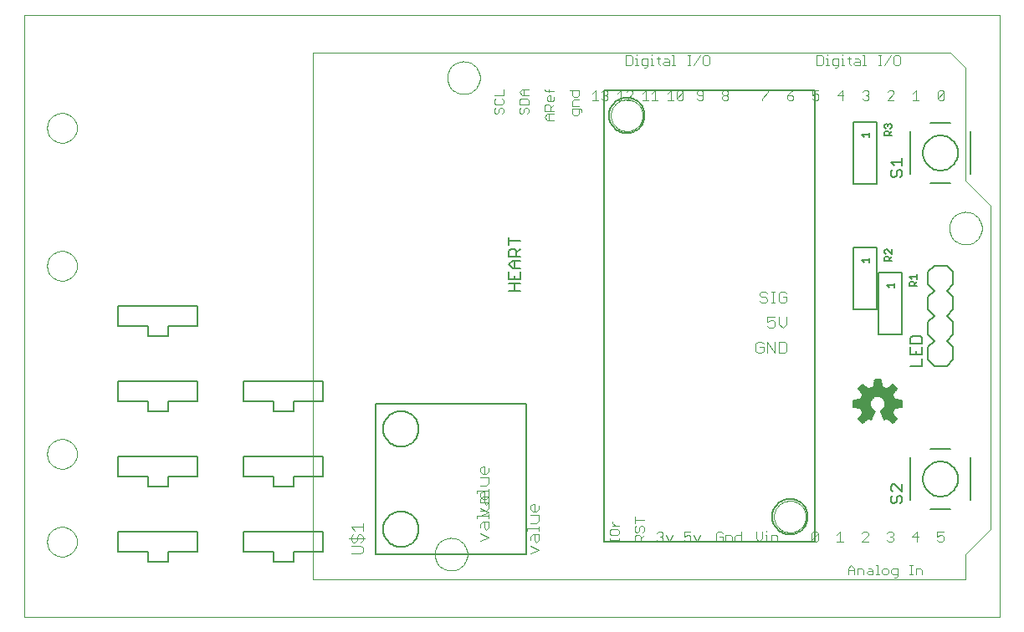
<source format=gbo>
G75*
%MOIN*%
%OFA0B0*%
%FSLAX24Y24*%
%IPPOS*%
%LPD*%
%AMOC8*
5,1,8,0,0,1.08239X$1,22.5*
%
%ADD10C,0.0000*%
%ADD11C,0.0030*%
%ADD12C,0.0080*%
%ADD13C,0.0050*%
%ADD14C,0.0040*%
%ADD15C,0.0059*%
D10*
X000180Y000180D02*
X000180Y024176D01*
X039050Y024176D01*
X039050Y000180D01*
X000180Y000180D01*
X001089Y003180D02*
X001091Y003228D01*
X001097Y003276D01*
X001107Y003323D01*
X001120Y003369D01*
X001138Y003414D01*
X001158Y003458D01*
X001183Y003500D01*
X001211Y003539D01*
X001241Y003576D01*
X001275Y003610D01*
X001312Y003642D01*
X001350Y003671D01*
X001391Y003696D01*
X001434Y003718D01*
X001479Y003736D01*
X001525Y003750D01*
X001572Y003761D01*
X001620Y003768D01*
X001668Y003771D01*
X001716Y003770D01*
X001764Y003765D01*
X001812Y003756D01*
X001858Y003744D01*
X001903Y003727D01*
X001947Y003707D01*
X001989Y003684D01*
X002029Y003657D01*
X002067Y003627D01*
X002102Y003594D01*
X002134Y003558D01*
X002164Y003520D01*
X002190Y003479D01*
X002212Y003436D01*
X002232Y003392D01*
X002247Y003347D01*
X002259Y003300D01*
X002267Y003252D01*
X002271Y003204D01*
X002271Y003156D01*
X002267Y003108D01*
X002259Y003060D01*
X002247Y003013D01*
X002232Y002968D01*
X002212Y002924D01*
X002190Y002881D01*
X002164Y002840D01*
X002134Y002802D01*
X002102Y002766D01*
X002067Y002733D01*
X002029Y002703D01*
X001989Y002676D01*
X001947Y002653D01*
X001903Y002633D01*
X001858Y002616D01*
X001812Y002604D01*
X001764Y002595D01*
X001716Y002590D01*
X001668Y002589D01*
X001620Y002592D01*
X001572Y002599D01*
X001525Y002610D01*
X001479Y002624D01*
X001434Y002642D01*
X001391Y002664D01*
X001350Y002689D01*
X001312Y002718D01*
X001275Y002750D01*
X001241Y002784D01*
X001211Y002821D01*
X001183Y002860D01*
X001158Y002902D01*
X001138Y002946D01*
X001120Y002991D01*
X001107Y003037D01*
X001097Y003084D01*
X001091Y003132D01*
X001089Y003180D01*
X001089Y006680D02*
X001091Y006728D01*
X001097Y006776D01*
X001107Y006823D01*
X001120Y006869D01*
X001138Y006914D01*
X001158Y006958D01*
X001183Y007000D01*
X001211Y007039D01*
X001241Y007076D01*
X001275Y007110D01*
X001312Y007142D01*
X001350Y007171D01*
X001391Y007196D01*
X001434Y007218D01*
X001479Y007236D01*
X001525Y007250D01*
X001572Y007261D01*
X001620Y007268D01*
X001668Y007271D01*
X001716Y007270D01*
X001764Y007265D01*
X001812Y007256D01*
X001858Y007244D01*
X001903Y007227D01*
X001947Y007207D01*
X001989Y007184D01*
X002029Y007157D01*
X002067Y007127D01*
X002102Y007094D01*
X002134Y007058D01*
X002164Y007020D01*
X002190Y006979D01*
X002212Y006936D01*
X002232Y006892D01*
X002247Y006847D01*
X002259Y006800D01*
X002267Y006752D01*
X002271Y006704D01*
X002271Y006656D01*
X002267Y006608D01*
X002259Y006560D01*
X002247Y006513D01*
X002232Y006468D01*
X002212Y006424D01*
X002190Y006381D01*
X002164Y006340D01*
X002134Y006302D01*
X002102Y006266D01*
X002067Y006233D01*
X002029Y006203D01*
X001989Y006176D01*
X001947Y006153D01*
X001903Y006133D01*
X001858Y006116D01*
X001812Y006104D01*
X001764Y006095D01*
X001716Y006090D01*
X001668Y006089D01*
X001620Y006092D01*
X001572Y006099D01*
X001525Y006110D01*
X001479Y006124D01*
X001434Y006142D01*
X001391Y006164D01*
X001350Y006189D01*
X001312Y006218D01*
X001275Y006250D01*
X001241Y006284D01*
X001211Y006321D01*
X001183Y006360D01*
X001158Y006402D01*
X001138Y006446D01*
X001120Y006491D01*
X001107Y006537D01*
X001097Y006584D01*
X001091Y006632D01*
X001089Y006680D01*
X011680Y001680D02*
X011680Y022680D01*
X037080Y022680D01*
X037680Y022080D01*
X037680Y017580D01*
X038680Y016580D01*
X038680Y003680D01*
X037680Y002680D01*
X037680Y001680D01*
X011680Y001680D01*
X016530Y002680D02*
X016532Y002730D01*
X016538Y002780D01*
X016548Y002830D01*
X016561Y002878D01*
X016578Y002926D01*
X016599Y002972D01*
X016623Y003016D01*
X016651Y003058D01*
X016682Y003098D01*
X016716Y003135D01*
X016753Y003170D01*
X016792Y003201D01*
X016833Y003230D01*
X016877Y003255D01*
X016923Y003277D01*
X016970Y003295D01*
X017018Y003309D01*
X017067Y003320D01*
X017117Y003327D01*
X017167Y003330D01*
X017218Y003329D01*
X017268Y003324D01*
X017318Y003315D01*
X017366Y003303D01*
X017414Y003286D01*
X017460Y003266D01*
X017505Y003243D01*
X017548Y003216D01*
X017588Y003186D01*
X017626Y003153D01*
X017661Y003117D01*
X017694Y003078D01*
X017723Y003037D01*
X017749Y002994D01*
X017772Y002949D01*
X017791Y002902D01*
X017806Y002854D01*
X017818Y002805D01*
X017826Y002755D01*
X017830Y002705D01*
X017830Y002655D01*
X017826Y002605D01*
X017818Y002555D01*
X017806Y002506D01*
X017791Y002458D01*
X017772Y002411D01*
X017749Y002366D01*
X017723Y002323D01*
X017694Y002282D01*
X017661Y002243D01*
X017626Y002207D01*
X017588Y002174D01*
X017548Y002144D01*
X017505Y002117D01*
X017460Y002094D01*
X017414Y002074D01*
X017366Y002057D01*
X017318Y002045D01*
X017268Y002036D01*
X017218Y002031D01*
X017167Y002030D01*
X017117Y002033D01*
X017067Y002040D01*
X017018Y002051D01*
X016970Y002065D01*
X016923Y002083D01*
X016877Y002105D01*
X016833Y002130D01*
X016792Y002159D01*
X016753Y002190D01*
X016716Y002225D01*
X016682Y002262D01*
X016651Y002302D01*
X016623Y002344D01*
X016599Y002388D01*
X016578Y002434D01*
X016561Y002482D01*
X016548Y002530D01*
X016538Y002580D01*
X016532Y002630D01*
X016530Y002680D01*
X030050Y004180D02*
X030052Y004230D01*
X030058Y004280D01*
X030068Y004329D01*
X030082Y004377D01*
X030099Y004424D01*
X030120Y004469D01*
X030145Y004513D01*
X030173Y004554D01*
X030205Y004593D01*
X030239Y004630D01*
X030276Y004664D01*
X030316Y004694D01*
X030358Y004721D01*
X030402Y004745D01*
X030448Y004766D01*
X030495Y004782D01*
X030543Y004795D01*
X030593Y004804D01*
X030642Y004809D01*
X030693Y004810D01*
X030743Y004807D01*
X030792Y004800D01*
X030841Y004789D01*
X030889Y004774D01*
X030935Y004756D01*
X030980Y004734D01*
X031023Y004708D01*
X031064Y004679D01*
X031103Y004647D01*
X031139Y004612D01*
X031171Y004574D01*
X031201Y004534D01*
X031228Y004491D01*
X031251Y004447D01*
X031270Y004401D01*
X031286Y004353D01*
X031298Y004304D01*
X031306Y004255D01*
X031310Y004205D01*
X031310Y004155D01*
X031306Y004105D01*
X031298Y004056D01*
X031286Y004007D01*
X031270Y003959D01*
X031251Y003913D01*
X031228Y003869D01*
X031201Y003826D01*
X031171Y003786D01*
X031139Y003748D01*
X031103Y003713D01*
X031064Y003681D01*
X031023Y003652D01*
X030980Y003626D01*
X030935Y003604D01*
X030889Y003586D01*
X030841Y003571D01*
X030792Y003560D01*
X030743Y003553D01*
X030693Y003550D01*
X030642Y003551D01*
X030593Y003556D01*
X030543Y003565D01*
X030495Y003578D01*
X030448Y003594D01*
X030402Y003615D01*
X030358Y003639D01*
X030316Y003666D01*
X030276Y003696D01*
X030239Y003730D01*
X030205Y003767D01*
X030173Y003806D01*
X030145Y003847D01*
X030120Y003891D01*
X030099Y003936D01*
X030082Y003983D01*
X030068Y004031D01*
X030058Y004080D01*
X030052Y004130D01*
X030050Y004180D01*
X037030Y015680D02*
X037032Y015730D01*
X037038Y015780D01*
X037048Y015830D01*
X037061Y015878D01*
X037078Y015926D01*
X037099Y015972D01*
X037123Y016016D01*
X037151Y016058D01*
X037182Y016098D01*
X037216Y016135D01*
X037253Y016170D01*
X037292Y016201D01*
X037333Y016230D01*
X037377Y016255D01*
X037423Y016277D01*
X037470Y016295D01*
X037518Y016309D01*
X037567Y016320D01*
X037617Y016327D01*
X037667Y016330D01*
X037718Y016329D01*
X037768Y016324D01*
X037818Y016315D01*
X037866Y016303D01*
X037914Y016286D01*
X037960Y016266D01*
X038005Y016243D01*
X038048Y016216D01*
X038088Y016186D01*
X038126Y016153D01*
X038161Y016117D01*
X038194Y016078D01*
X038223Y016037D01*
X038249Y015994D01*
X038272Y015949D01*
X038291Y015902D01*
X038306Y015854D01*
X038318Y015805D01*
X038326Y015755D01*
X038330Y015705D01*
X038330Y015655D01*
X038326Y015605D01*
X038318Y015555D01*
X038306Y015506D01*
X038291Y015458D01*
X038272Y015411D01*
X038249Y015366D01*
X038223Y015323D01*
X038194Y015282D01*
X038161Y015243D01*
X038126Y015207D01*
X038088Y015174D01*
X038048Y015144D01*
X038005Y015117D01*
X037960Y015094D01*
X037914Y015074D01*
X037866Y015057D01*
X037818Y015045D01*
X037768Y015036D01*
X037718Y015031D01*
X037667Y015030D01*
X037617Y015033D01*
X037567Y015040D01*
X037518Y015051D01*
X037470Y015065D01*
X037423Y015083D01*
X037377Y015105D01*
X037333Y015130D01*
X037292Y015159D01*
X037253Y015190D01*
X037216Y015225D01*
X037182Y015262D01*
X037151Y015302D01*
X037123Y015344D01*
X037099Y015388D01*
X037078Y015434D01*
X037061Y015482D01*
X037048Y015530D01*
X037038Y015580D01*
X037032Y015630D01*
X037030Y015680D01*
X023550Y020180D02*
X023552Y020230D01*
X023558Y020280D01*
X023568Y020329D01*
X023582Y020377D01*
X023599Y020424D01*
X023620Y020469D01*
X023645Y020513D01*
X023673Y020554D01*
X023705Y020593D01*
X023739Y020630D01*
X023776Y020664D01*
X023816Y020694D01*
X023858Y020721D01*
X023902Y020745D01*
X023948Y020766D01*
X023995Y020782D01*
X024043Y020795D01*
X024093Y020804D01*
X024142Y020809D01*
X024193Y020810D01*
X024243Y020807D01*
X024292Y020800D01*
X024341Y020789D01*
X024389Y020774D01*
X024435Y020756D01*
X024480Y020734D01*
X024523Y020708D01*
X024564Y020679D01*
X024603Y020647D01*
X024639Y020612D01*
X024671Y020574D01*
X024701Y020534D01*
X024728Y020491D01*
X024751Y020447D01*
X024770Y020401D01*
X024786Y020353D01*
X024798Y020304D01*
X024806Y020255D01*
X024810Y020205D01*
X024810Y020155D01*
X024806Y020105D01*
X024798Y020056D01*
X024786Y020007D01*
X024770Y019959D01*
X024751Y019913D01*
X024728Y019869D01*
X024701Y019826D01*
X024671Y019786D01*
X024639Y019748D01*
X024603Y019713D01*
X024564Y019681D01*
X024523Y019652D01*
X024480Y019626D01*
X024435Y019604D01*
X024389Y019586D01*
X024341Y019571D01*
X024292Y019560D01*
X024243Y019553D01*
X024193Y019550D01*
X024142Y019551D01*
X024093Y019556D01*
X024043Y019565D01*
X023995Y019578D01*
X023948Y019594D01*
X023902Y019615D01*
X023858Y019639D01*
X023816Y019666D01*
X023776Y019696D01*
X023739Y019730D01*
X023705Y019767D01*
X023673Y019806D01*
X023645Y019847D01*
X023620Y019891D01*
X023599Y019936D01*
X023582Y019983D01*
X023568Y020031D01*
X023558Y020080D01*
X023552Y020130D01*
X023550Y020180D01*
X017030Y021680D02*
X017032Y021730D01*
X017038Y021780D01*
X017048Y021830D01*
X017061Y021878D01*
X017078Y021926D01*
X017099Y021972D01*
X017123Y022016D01*
X017151Y022058D01*
X017182Y022098D01*
X017216Y022135D01*
X017253Y022170D01*
X017292Y022201D01*
X017333Y022230D01*
X017377Y022255D01*
X017423Y022277D01*
X017470Y022295D01*
X017518Y022309D01*
X017567Y022320D01*
X017617Y022327D01*
X017667Y022330D01*
X017718Y022329D01*
X017768Y022324D01*
X017818Y022315D01*
X017866Y022303D01*
X017914Y022286D01*
X017960Y022266D01*
X018005Y022243D01*
X018048Y022216D01*
X018088Y022186D01*
X018126Y022153D01*
X018161Y022117D01*
X018194Y022078D01*
X018223Y022037D01*
X018249Y021994D01*
X018272Y021949D01*
X018291Y021902D01*
X018306Y021854D01*
X018318Y021805D01*
X018326Y021755D01*
X018330Y021705D01*
X018330Y021655D01*
X018326Y021605D01*
X018318Y021555D01*
X018306Y021506D01*
X018291Y021458D01*
X018272Y021411D01*
X018249Y021366D01*
X018223Y021323D01*
X018194Y021282D01*
X018161Y021243D01*
X018126Y021207D01*
X018088Y021174D01*
X018048Y021144D01*
X018005Y021117D01*
X017960Y021094D01*
X017914Y021074D01*
X017866Y021057D01*
X017818Y021045D01*
X017768Y021036D01*
X017718Y021031D01*
X017667Y021030D01*
X017617Y021033D01*
X017567Y021040D01*
X017518Y021051D01*
X017470Y021065D01*
X017423Y021083D01*
X017377Y021105D01*
X017333Y021130D01*
X017292Y021159D01*
X017253Y021190D01*
X017216Y021225D01*
X017182Y021262D01*
X017151Y021302D01*
X017123Y021344D01*
X017099Y021388D01*
X017078Y021434D01*
X017061Y021482D01*
X017048Y021530D01*
X017038Y021580D01*
X017032Y021630D01*
X017030Y021680D01*
X001089Y019680D02*
X001091Y019728D01*
X001097Y019776D01*
X001107Y019823D01*
X001120Y019869D01*
X001138Y019914D01*
X001158Y019958D01*
X001183Y020000D01*
X001211Y020039D01*
X001241Y020076D01*
X001275Y020110D01*
X001312Y020142D01*
X001350Y020171D01*
X001391Y020196D01*
X001434Y020218D01*
X001479Y020236D01*
X001525Y020250D01*
X001572Y020261D01*
X001620Y020268D01*
X001668Y020271D01*
X001716Y020270D01*
X001764Y020265D01*
X001812Y020256D01*
X001858Y020244D01*
X001903Y020227D01*
X001947Y020207D01*
X001989Y020184D01*
X002029Y020157D01*
X002067Y020127D01*
X002102Y020094D01*
X002134Y020058D01*
X002164Y020020D01*
X002190Y019979D01*
X002212Y019936D01*
X002232Y019892D01*
X002247Y019847D01*
X002259Y019800D01*
X002267Y019752D01*
X002271Y019704D01*
X002271Y019656D01*
X002267Y019608D01*
X002259Y019560D01*
X002247Y019513D01*
X002232Y019468D01*
X002212Y019424D01*
X002190Y019381D01*
X002164Y019340D01*
X002134Y019302D01*
X002102Y019266D01*
X002067Y019233D01*
X002029Y019203D01*
X001989Y019176D01*
X001947Y019153D01*
X001903Y019133D01*
X001858Y019116D01*
X001812Y019104D01*
X001764Y019095D01*
X001716Y019090D01*
X001668Y019089D01*
X001620Y019092D01*
X001572Y019099D01*
X001525Y019110D01*
X001479Y019124D01*
X001434Y019142D01*
X001391Y019164D01*
X001350Y019189D01*
X001312Y019218D01*
X001275Y019250D01*
X001241Y019284D01*
X001211Y019321D01*
X001183Y019360D01*
X001158Y019402D01*
X001138Y019446D01*
X001120Y019491D01*
X001107Y019537D01*
X001097Y019584D01*
X001091Y019632D01*
X001089Y019680D01*
X001089Y014180D02*
X001091Y014228D01*
X001097Y014276D01*
X001107Y014323D01*
X001120Y014369D01*
X001138Y014414D01*
X001158Y014458D01*
X001183Y014500D01*
X001211Y014539D01*
X001241Y014576D01*
X001275Y014610D01*
X001312Y014642D01*
X001350Y014671D01*
X001391Y014696D01*
X001434Y014718D01*
X001479Y014736D01*
X001525Y014750D01*
X001572Y014761D01*
X001620Y014768D01*
X001668Y014771D01*
X001716Y014770D01*
X001764Y014765D01*
X001812Y014756D01*
X001858Y014744D01*
X001903Y014727D01*
X001947Y014707D01*
X001989Y014684D01*
X002029Y014657D01*
X002067Y014627D01*
X002102Y014594D01*
X002134Y014558D01*
X002164Y014520D01*
X002190Y014479D01*
X002212Y014436D01*
X002232Y014392D01*
X002247Y014347D01*
X002259Y014300D01*
X002267Y014252D01*
X002271Y014204D01*
X002271Y014156D01*
X002267Y014108D01*
X002259Y014060D01*
X002247Y014013D01*
X002232Y013968D01*
X002212Y013924D01*
X002190Y013881D01*
X002164Y013840D01*
X002134Y013802D01*
X002102Y013766D01*
X002067Y013733D01*
X002029Y013703D01*
X001989Y013676D01*
X001947Y013653D01*
X001903Y013633D01*
X001858Y013616D01*
X001812Y013604D01*
X001764Y013595D01*
X001716Y013590D01*
X001668Y013589D01*
X001620Y013592D01*
X001572Y013599D01*
X001525Y013610D01*
X001479Y013624D01*
X001434Y013642D01*
X001391Y013664D01*
X001350Y013689D01*
X001312Y013718D01*
X001275Y013750D01*
X001241Y013784D01*
X001211Y013821D01*
X001183Y013860D01*
X001158Y013902D01*
X001138Y013946D01*
X001120Y013991D01*
X001107Y014037D01*
X001097Y014084D01*
X001091Y014132D01*
X001089Y014180D01*
D11*
X018895Y020302D02*
X018956Y020240D01*
X019018Y020240D01*
X019080Y020302D01*
X019080Y020425D01*
X019142Y020487D01*
X019203Y020487D01*
X019265Y020425D01*
X019265Y020302D01*
X019203Y020240D01*
X018895Y020302D02*
X018895Y020425D01*
X018956Y020487D01*
X018956Y020608D02*
X019203Y020608D01*
X019265Y020670D01*
X019265Y020794D01*
X019203Y020855D01*
X019265Y020977D02*
X019265Y021224D01*
X019265Y020977D02*
X018895Y020977D01*
X018956Y020855D02*
X018895Y020794D01*
X018895Y020670D01*
X018956Y020608D01*
X019895Y020608D02*
X019895Y020794D01*
X019956Y020855D01*
X020203Y020855D01*
X020265Y020794D01*
X020265Y020608D01*
X019895Y020608D01*
X019956Y020487D02*
X019895Y020425D01*
X019895Y020302D01*
X019956Y020240D01*
X020018Y020240D01*
X020080Y020302D01*
X020080Y020425D01*
X020142Y020487D01*
X020203Y020487D01*
X020265Y020425D01*
X020265Y020302D01*
X020203Y020240D01*
X020895Y020118D02*
X021018Y020241D01*
X021265Y020241D01*
X021265Y020363D02*
X020895Y020363D01*
X020895Y020548D01*
X020956Y020610D01*
X021080Y020610D01*
X021142Y020548D01*
X021142Y020363D01*
X021142Y020486D02*
X021265Y020610D01*
X021203Y020731D02*
X021080Y020731D01*
X021018Y020793D01*
X021018Y020916D01*
X021080Y020978D01*
X021142Y020978D01*
X021142Y020731D01*
X021203Y020731D02*
X021265Y020793D01*
X021265Y020916D01*
X021265Y021161D02*
X020956Y021161D01*
X020895Y021223D01*
X021080Y021223D02*
X021080Y021099D01*
X021895Y021174D02*
X022265Y021174D01*
X022265Y020988D01*
X022203Y020927D01*
X022080Y020927D01*
X022018Y020988D01*
X022018Y021174D01*
X022080Y020805D02*
X022018Y020744D01*
X022018Y020558D01*
X022265Y020558D01*
X022265Y020437D02*
X022265Y020252D01*
X022203Y020190D01*
X022080Y020190D01*
X022018Y020252D01*
X022018Y020437D01*
X022327Y020437D01*
X022388Y020375D01*
X022388Y020313D01*
X022265Y020805D02*
X022080Y020805D01*
X022808Y020795D02*
X023055Y020795D01*
X022932Y020795D02*
X022932Y021165D01*
X022808Y021042D01*
X023177Y021104D02*
X023238Y021165D01*
X023362Y021165D01*
X023424Y021104D01*
X023424Y021042D01*
X023362Y020980D01*
X023424Y020918D01*
X023424Y020857D01*
X023362Y020795D01*
X023238Y020795D01*
X023177Y020857D01*
X023300Y020980D02*
X023362Y020980D01*
X023808Y021042D02*
X023932Y021165D01*
X023932Y020795D01*
X024055Y020795D02*
X023808Y020795D01*
X024177Y020795D02*
X024424Y021042D01*
X024424Y021104D01*
X024362Y021165D01*
X024238Y021165D01*
X024177Y021104D01*
X024177Y020795D02*
X024424Y020795D01*
X024808Y020795D02*
X025055Y020795D01*
X025177Y020795D02*
X025424Y020795D01*
X025300Y020795D02*
X025300Y021165D01*
X025177Y021042D01*
X024932Y021165D02*
X024932Y020795D01*
X024808Y021042D02*
X024932Y021165D01*
X025808Y021042D02*
X025932Y021165D01*
X025932Y020795D01*
X026055Y020795D02*
X025808Y020795D01*
X026177Y020857D02*
X026177Y021104D01*
X026238Y021165D01*
X026362Y021165D01*
X026424Y021104D01*
X026177Y020857D01*
X026238Y020795D01*
X026362Y020795D01*
X026424Y020857D01*
X026424Y021104D01*
X026977Y021104D02*
X026977Y021042D01*
X027038Y020980D01*
X027224Y020980D01*
X027224Y020857D02*
X027224Y021104D01*
X027162Y021165D01*
X027038Y021165D01*
X026977Y021104D01*
X026977Y020857D02*
X027038Y020795D01*
X027162Y020795D01*
X027224Y020857D01*
X027977Y020857D02*
X027977Y020918D01*
X028038Y020980D01*
X028162Y020980D01*
X028224Y020918D01*
X028224Y020857D01*
X028162Y020795D01*
X028038Y020795D01*
X027977Y020857D01*
X028038Y020980D02*
X027977Y021042D01*
X027977Y021104D01*
X028038Y021165D01*
X028162Y021165D01*
X028224Y021104D01*
X028224Y021042D01*
X028162Y020980D01*
X029577Y020857D02*
X029577Y020795D01*
X029577Y020857D02*
X029824Y021104D01*
X029824Y021165D01*
X029577Y021165D01*
X030577Y020980D02*
X030577Y020857D01*
X030638Y020795D01*
X030762Y020795D01*
X030824Y020857D01*
X030824Y020918D01*
X030762Y020980D01*
X030577Y020980D01*
X030700Y021104D01*
X030824Y021165D01*
X031577Y021165D02*
X031577Y020980D01*
X031700Y021042D01*
X031762Y021042D01*
X031824Y020980D01*
X031824Y020857D01*
X031762Y020795D01*
X031638Y020795D01*
X031577Y020857D01*
X031577Y021165D02*
X031824Y021165D01*
X032577Y020980D02*
X032824Y020980D01*
X032762Y020795D02*
X032762Y021165D01*
X032577Y020980D01*
X033577Y020857D02*
X033638Y020795D01*
X033762Y020795D01*
X033824Y020857D01*
X033824Y020918D01*
X033762Y020980D01*
X033700Y020980D01*
X033762Y020980D02*
X033824Y021042D01*
X033824Y021104D01*
X033762Y021165D01*
X033638Y021165D01*
X033577Y021104D01*
X034577Y021104D02*
X034638Y021165D01*
X034762Y021165D01*
X034824Y021104D01*
X034824Y021042D01*
X034577Y020795D01*
X034824Y020795D01*
X035577Y020795D02*
X035824Y020795D01*
X035700Y020795D02*
X035700Y021165D01*
X035577Y021042D01*
X036577Y021104D02*
X036577Y020857D01*
X036824Y021104D01*
X036824Y020857D01*
X036762Y020795D01*
X036638Y020795D01*
X036577Y020857D01*
X036577Y021104D02*
X036638Y021165D01*
X036762Y021165D01*
X036824Y021104D01*
X035061Y022257D02*
X034999Y022195D01*
X034876Y022195D01*
X034814Y022257D01*
X034814Y022504D01*
X034876Y022565D01*
X034999Y022565D01*
X035061Y022504D01*
X035061Y022257D01*
X034693Y022565D02*
X034446Y022195D01*
X034324Y022195D02*
X034200Y022195D01*
X034262Y022195D02*
X034262Y022565D01*
X034200Y022565D02*
X034324Y022565D01*
X033648Y022565D02*
X033648Y022195D01*
X033587Y022195D02*
X033710Y022195D01*
X033465Y022195D02*
X033280Y022195D01*
X033218Y022257D01*
X033280Y022318D01*
X033465Y022318D01*
X033465Y022380D02*
X033465Y022195D01*
X033465Y022380D02*
X033403Y022442D01*
X033280Y022442D01*
X033096Y022442D02*
X032973Y022442D01*
X033034Y022504D02*
X033034Y022257D01*
X033096Y022195D01*
X032851Y022195D02*
X032727Y022195D01*
X032789Y022195D02*
X032789Y022442D01*
X032727Y022442D01*
X032606Y022442D02*
X032421Y022442D01*
X032359Y022380D01*
X032359Y022257D01*
X032421Y022195D01*
X032606Y022195D01*
X032606Y022133D02*
X032606Y022442D01*
X032789Y022565D02*
X032789Y022627D01*
X032606Y022133D02*
X032544Y022072D01*
X032482Y022072D01*
X032237Y022195D02*
X032113Y022195D01*
X032175Y022195D02*
X032175Y022442D01*
X032113Y022442D01*
X031992Y022504D02*
X031930Y022565D01*
X031745Y022565D01*
X031745Y022195D01*
X031930Y022195D01*
X031992Y022257D01*
X031992Y022504D01*
X032175Y022565D02*
X032175Y022627D01*
X033587Y022565D02*
X033648Y022565D01*
X027461Y022504D02*
X027461Y022257D01*
X027399Y022195D01*
X027276Y022195D01*
X027214Y022257D01*
X027214Y022504D01*
X027276Y022565D01*
X027399Y022565D01*
X027461Y022504D01*
X027093Y022565D02*
X026846Y022195D01*
X026724Y022195D02*
X026600Y022195D01*
X026662Y022195D02*
X026662Y022565D01*
X026600Y022565D02*
X026724Y022565D01*
X026048Y022565D02*
X026048Y022195D01*
X025987Y022195D02*
X026110Y022195D01*
X025865Y022195D02*
X025680Y022195D01*
X025618Y022257D01*
X025680Y022318D01*
X025865Y022318D01*
X025865Y022380D02*
X025865Y022195D01*
X025865Y022380D02*
X025803Y022442D01*
X025680Y022442D01*
X025496Y022442D02*
X025373Y022442D01*
X025434Y022504D02*
X025434Y022257D01*
X025496Y022195D01*
X025251Y022195D02*
X025127Y022195D01*
X025189Y022195D02*
X025189Y022442D01*
X025127Y022442D01*
X025006Y022442D02*
X024821Y022442D01*
X024759Y022380D01*
X024759Y022257D01*
X024821Y022195D01*
X025006Y022195D01*
X025006Y022133D02*
X025006Y022442D01*
X025189Y022565D02*
X025189Y022627D01*
X024575Y022627D02*
X024575Y022565D01*
X024575Y022442D02*
X024575Y022195D01*
X024513Y022195D02*
X024637Y022195D01*
X024392Y022257D02*
X024392Y022504D01*
X024330Y022565D01*
X024145Y022565D01*
X024145Y022195D01*
X024330Y022195D01*
X024392Y022257D01*
X024513Y022442D02*
X024575Y022442D01*
X024882Y022072D02*
X024944Y022072D01*
X025006Y022133D01*
X025987Y022565D02*
X026048Y022565D01*
X021265Y019995D02*
X021018Y019995D01*
X020895Y020118D01*
X021080Y019995D02*
X021080Y020241D01*
X020265Y020977D02*
X020018Y020977D01*
X019895Y021100D01*
X020018Y021224D01*
X020265Y021224D01*
X020080Y021224D02*
X020080Y020977D01*
X024495Y004175D02*
X024495Y003928D01*
X024495Y004051D02*
X024865Y004051D01*
X024803Y003806D02*
X024742Y003806D01*
X024680Y003744D01*
X024680Y003621D01*
X024618Y003559D01*
X024556Y003559D01*
X024495Y003621D01*
X024495Y003744D01*
X024556Y003806D01*
X024803Y003806D02*
X024865Y003744D01*
X024865Y003621D01*
X024803Y003559D01*
X024865Y003438D02*
X024742Y003314D01*
X024742Y003376D02*
X024742Y003191D01*
X024865Y003191D02*
X024495Y003191D01*
X024495Y003376D01*
X024556Y003438D01*
X024680Y003438D01*
X024742Y003376D01*
X025377Y003257D02*
X025439Y003195D01*
X025562Y003195D01*
X025624Y003257D01*
X025624Y003318D01*
X025562Y003380D01*
X025500Y003380D01*
X025562Y003380D02*
X025624Y003442D01*
X025624Y003504D01*
X025562Y003565D01*
X025439Y003565D01*
X025377Y003504D01*
X025745Y003442D02*
X025869Y003195D01*
X025992Y003442D01*
X026477Y003380D02*
X026600Y003442D01*
X026662Y003442D01*
X026724Y003380D01*
X026724Y003257D01*
X026662Y003195D01*
X026539Y003195D01*
X026477Y003257D01*
X026477Y003380D02*
X026477Y003565D01*
X026724Y003565D01*
X026845Y003442D02*
X026969Y003195D01*
X027092Y003442D01*
X027749Y003504D02*
X027749Y003257D01*
X027811Y003195D01*
X027934Y003195D01*
X027996Y003257D01*
X027996Y003380D01*
X027872Y003380D01*
X027749Y003504D02*
X027811Y003565D01*
X027934Y003565D01*
X027996Y003504D01*
X028117Y003442D02*
X028302Y003442D01*
X028364Y003380D01*
X028364Y003195D01*
X028486Y003257D02*
X028486Y003380D01*
X028547Y003442D01*
X028732Y003442D01*
X028732Y003565D02*
X028732Y003195D01*
X028547Y003195D01*
X028486Y003257D01*
X028117Y003195D02*
X028117Y003442D01*
X029327Y003565D02*
X029327Y003318D01*
X029450Y003195D01*
X029574Y003318D01*
X029574Y003565D01*
X029695Y003442D02*
X029757Y003442D01*
X029757Y003195D01*
X029695Y003195D02*
X029819Y003195D01*
X029941Y003195D02*
X029941Y003442D01*
X030126Y003442D01*
X030188Y003380D01*
X030188Y003195D01*
X029757Y003565D02*
X029757Y003627D01*
X031545Y003504D02*
X031545Y003257D01*
X031792Y003504D01*
X031792Y003257D01*
X031730Y003195D01*
X031607Y003195D01*
X031545Y003257D01*
X031545Y003504D02*
X031607Y003565D01*
X031730Y003565D01*
X031792Y003504D01*
X032545Y003442D02*
X032668Y003565D01*
X032668Y003195D01*
X032545Y003195D02*
X032792Y003195D01*
X033545Y003195D02*
X033792Y003442D01*
X033792Y003504D01*
X033730Y003565D01*
X033607Y003565D01*
X033545Y003504D01*
X033545Y003195D02*
X033792Y003195D01*
X034545Y003257D02*
X034607Y003195D01*
X034730Y003195D01*
X034792Y003257D01*
X034792Y003318D01*
X034730Y003380D01*
X034668Y003380D01*
X034730Y003380D02*
X034792Y003442D01*
X034792Y003504D01*
X034730Y003565D01*
X034607Y003565D01*
X034545Y003504D01*
X035545Y003380D02*
X035792Y003380D01*
X035730Y003195D02*
X035730Y003565D01*
X035545Y003380D01*
X036545Y003380D02*
X036668Y003442D01*
X036730Y003442D01*
X036792Y003380D01*
X036792Y003257D01*
X036730Y003195D01*
X036607Y003195D01*
X036545Y003257D01*
X036545Y003380D02*
X036545Y003565D01*
X036792Y003565D01*
X035578Y002247D02*
X035454Y002247D01*
X035516Y002247D02*
X035516Y001877D01*
X035454Y001877D02*
X035578Y001877D01*
X035700Y001877D02*
X035700Y002124D01*
X035885Y002124D01*
X035947Y002062D01*
X035947Y001877D01*
X034965Y001877D02*
X034779Y001877D01*
X034718Y001939D01*
X034718Y002062D01*
X034779Y002124D01*
X034965Y002124D01*
X034965Y001815D01*
X034903Y001754D01*
X034841Y001754D01*
X034596Y001939D02*
X034596Y002062D01*
X034535Y002124D01*
X034411Y002124D01*
X034349Y002062D01*
X034349Y001939D01*
X034411Y001877D01*
X034535Y001877D01*
X034596Y001939D01*
X034227Y001877D02*
X034104Y001877D01*
X034166Y001877D02*
X034166Y002247D01*
X034104Y002247D01*
X033921Y002124D02*
X033797Y002124D01*
X033797Y002000D02*
X033982Y002000D01*
X033982Y002062D02*
X033982Y001877D01*
X033797Y001877D01*
X033736Y001939D01*
X033797Y002000D01*
X033921Y002124D02*
X033982Y002062D01*
X033614Y002062D02*
X033614Y001877D01*
X033614Y002062D02*
X033552Y002124D01*
X033367Y002124D01*
X033367Y001877D01*
X033246Y001877D02*
X033246Y002124D01*
X033122Y002247D01*
X032999Y002124D01*
X032999Y001877D01*
X032999Y002062D02*
X033246Y002062D01*
X023865Y003191D02*
X023865Y003314D01*
X023865Y003253D02*
X023495Y003253D01*
X023495Y003314D02*
X023495Y003191D01*
X023556Y003437D02*
X023803Y003437D01*
X023865Y003498D01*
X023865Y003622D01*
X023803Y003683D01*
X023556Y003683D01*
X023495Y003622D01*
X023495Y003498D01*
X023556Y003437D01*
X023618Y003805D02*
X023865Y003805D01*
X023742Y003805D02*
X023618Y003928D01*
X023618Y003990D01*
D12*
X035480Y004830D02*
X035480Y006530D01*
X036287Y006880D02*
X037080Y006880D01*
X037880Y006530D02*
X037880Y004830D01*
X037080Y004480D02*
X036275Y004480D01*
X035980Y005680D02*
X035982Y005732D01*
X035988Y005784D01*
X035998Y005836D01*
X036011Y005886D01*
X036028Y005936D01*
X036049Y005984D01*
X036074Y006030D01*
X036102Y006074D01*
X036133Y006116D01*
X036167Y006156D01*
X036204Y006193D01*
X036244Y006227D01*
X036286Y006258D01*
X036330Y006286D01*
X036376Y006311D01*
X036424Y006332D01*
X036474Y006349D01*
X036524Y006362D01*
X036576Y006372D01*
X036628Y006378D01*
X036680Y006380D01*
X036732Y006378D01*
X036784Y006372D01*
X036836Y006362D01*
X036886Y006349D01*
X036936Y006332D01*
X036984Y006311D01*
X037030Y006286D01*
X037074Y006258D01*
X037116Y006227D01*
X037156Y006193D01*
X037193Y006156D01*
X037227Y006116D01*
X037258Y006074D01*
X037286Y006030D01*
X037311Y005984D01*
X037332Y005936D01*
X037349Y005886D01*
X037362Y005836D01*
X037372Y005784D01*
X037378Y005732D01*
X037380Y005680D01*
X037378Y005628D01*
X037372Y005576D01*
X037362Y005524D01*
X037349Y005474D01*
X037332Y005424D01*
X037311Y005376D01*
X037286Y005330D01*
X037258Y005286D01*
X037227Y005244D01*
X037193Y005204D01*
X037156Y005167D01*
X037116Y005133D01*
X037074Y005102D01*
X037030Y005074D01*
X036984Y005049D01*
X036936Y005028D01*
X036886Y005011D01*
X036836Y004998D01*
X036784Y004988D01*
X036732Y004982D01*
X036680Y004980D01*
X036628Y004982D01*
X036576Y004988D01*
X036524Y004998D01*
X036474Y005011D01*
X036424Y005028D01*
X036376Y005049D01*
X036330Y005074D01*
X036286Y005102D01*
X036244Y005133D01*
X036204Y005167D01*
X036167Y005204D01*
X036133Y005244D01*
X036102Y005286D01*
X036074Y005330D01*
X036049Y005376D01*
X036028Y005424D01*
X036011Y005474D01*
X035998Y005524D01*
X035988Y005576D01*
X035982Y005628D01*
X035980Y005680D01*
X036430Y010180D02*
X036180Y010430D01*
X036180Y010930D01*
X036430Y011180D01*
X036180Y011430D01*
X036180Y011930D01*
X036430Y012180D01*
X036180Y012430D01*
X036180Y012930D01*
X036430Y013180D01*
X036180Y013430D01*
X036180Y013930D01*
X036430Y014180D01*
X036930Y014180D01*
X037180Y013930D01*
X037180Y013430D01*
X036930Y013180D01*
X037180Y012930D01*
X037180Y012430D01*
X036930Y012180D01*
X037180Y011930D01*
X037180Y011430D01*
X036930Y011180D01*
X037180Y010930D01*
X037180Y010430D01*
X036930Y010180D01*
X036430Y010180D01*
X035152Y011440D02*
X034208Y011440D01*
X034208Y013920D01*
X035152Y013920D01*
X035152Y011440D01*
X034152Y012440D02*
X033208Y012440D01*
X033208Y014920D01*
X034152Y014920D01*
X034152Y012440D01*
X034152Y017440D02*
X033208Y017440D01*
X033208Y019920D01*
X034152Y019920D01*
X034152Y017440D01*
X035480Y017830D02*
X035480Y019530D01*
X036287Y019880D02*
X037080Y019880D01*
X037880Y019530D02*
X037880Y017830D01*
X037080Y017480D02*
X036275Y017480D01*
X035980Y018680D02*
X035982Y018732D01*
X035988Y018784D01*
X035998Y018836D01*
X036011Y018886D01*
X036028Y018936D01*
X036049Y018984D01*
X036074Y019030D01*
X036102Y019074D01*
X036133Y019116D01*
X036167Y019156D01*
X036204Y019193D01*
X036244Y019227D01*
X036286Y019258D01*
X036330Y019286D01*
X036376Y019311D01*
X036424Y019332D01*
X036474Y019349D01*
X036524Y019362D01*
X036576Y019372D01*
X036628Y019378D01*
X036680Y019380D01*
X036732Y019378D01*
X036784Y019372D01*
X036836Y019362D01*
X036886Y019349D01*
X036936Y019332D01*
X036984Y019311D01*
X037030Y019286D01*
X037074Y019258D01*
X037116Y019227D01*
X037156Y019193D01*
X037193Y019156D01*
X037227Y019116D01*
X037258Y019074D01*
X037286Y019030D01*
X037311Y018984D01*
X037332Y018936D01*
X037349Y018886D01*
X037362Y018836D01*
X037372Y018784D01*
X037378Y018732D01*
X037380Y018680D01*
X037378Y018628D01*
X037372Y018576D01*
X037362Y018524D01*
X037349Y018474D01*
X037332Y018424D01*
X037311Y018376D01*
X037286Y018330D01*
X037258Y018286D01*
X037227Y018244D01*
X037193Y018204D01*
X037156Y018167D01*
X037116Y018133D01*
X037074Y018102D01*
X037030Y018074D01*
X036984Y018049D01*
X036936Y018028D01*
X036886Y018011D01*
X036836Y017998D01*
X036784Y017988D01*
X036732Y017982D01*
X036680Y017980D01*
X036628Y017982D01*
X036576Y017988D01*
X036524Y017998D01*
X036474Y018011D01*
X036424Y018028D01*
X036376Y018049D01*
X036330Y018074D01*
X036286Y018102D01*
X036244Y018133D01*
X036204Y018167D01*
X036167Y018204D01*
X036133Y018244D01*
X036102Y018286D01*
X036074Y018330D01*
X036049Y018376D01*
X036028Y018424D01*
X036011Y018474D01*
X035998Y018524D01*
X035988Y018576D01*
X035982Y018628D01*
X035980Y018680D01*
D13*
X035155Y018466D02*
X035155Y018165D01*
X035155Y018316D02*
X034705Y018316D01*
X034855Y018165D01*
X034780Y018005D02*
X034705Y017930D01*
X034705Y017780D01*
X034780Y017705D01*
X034855Y017705D01*
X034930Y017780D01*
X034930Y017930D01*
X035005Y018005D01*
X035080Y018005D01*
X035155Y017930D01*
X035155Y017780D01*
X035080Y017705D01*
X034725Y019366D02*
X034455Y019366D01*
X034455Y019501D01*
X034500Y019546D01*
X034590Y019546D01*
X034635Y019501D01*
X034635Y019366D01*
X034635Y019456D02*
X034725Y019546D01*
X034680Y019660D02*
X034725Y019705D01*
X034725Y019795D01*
X034680Y019841D01*
X034635Y019841D01*
X034590Y019795D01*
X034590Y019750D01*
X034590Y019795D02*
X034545Y019841D01*
X034500Y019841D01*
X034455Y019795D01*
X034455Y019705D01*
X034500Y019660D01*
X033825Y019491D02*
X033825Y019310D01*
X033825Y019400D02*
X033555Y019400D01*
X033645Y019310D01*
X031680Y021180D02*
X023280Y021180D01*
X023280Y003180D01*
X031680Y003180D01*
X031680Y021180D01*
X023473Y020180D02*
X023475Y020233D01*
X023481Y020285D01*
X023491Y020337D01*
X023504Y020388D01*
X023522Y020438D01*
X023543Y020487D01*
X023568Y020534D01*
X023596Y020578D01*
X023627Y020621D01*
X023662Y020661D01*
X023699Y020698D01*
X023739Y020733D01*
X023782Y020764D01*
X023827Y020792D01*
X023873Y020817D01*
X023922Y020838D01*
X023972Y020856D01*
X024023Y020869D01*
X024075Y020879D01*
X024127Y020885D01*
X024180Y020887D01*
X024233Y020885D01*
X024285Y020879D01*
X024337Y020869D01*
X024388Y020856D01*
X024438Y020838D01*
X024487Y020817D01*
X024534Y020792D01*
X024578Y020764D01*
X024621Y020733D01*
X024661Y020698D01*
X024698Y020661D01*
X024733Y020621D01*
X024764Y020578D01*
X024792Y020533D01*
X024817Y020487D01*
X024838Y020438D01*
X024856Y020388D01*
X024869Y020337D01*
X024879Y020285D01*
X024885Y020233D01*
X024887Y020180D01*
X024885Y020127D01*
X024879Y020075D01*
X024869Y020023D01*
X024856Y019972D01*
X024838Y019922D01*
X024817Y019873D01*
X024792Y019826D01*
X024764Y019782D01*
X024733Y019739D01*
X024698Y019699D01*
X024661Y019662D01*
X024621Y019627D01*
X024578Y019596D01*
X024533Y019568D01*
X024487Y019543D01*
X024438Y019522D01*
X024388Y019504D01*
X024337Y019491D01*
X024285Y019481D01*
X024233Y019475D01*
X024180Y019473D01*
X024127Y019475D01*
X024075Y019481D01*
X024023Y019491D01*
X023972Y019504D01*
X023922Y019522D01*
X023873Y019543D01*
X023826Y019568D01*
X023782Y019596D01*
X023739Y019627D01*
X023699Y019662D01*
X023662Y019699D01*
X023627Y019739D01*
X023596Y019782D01*
X023568Y019827D01*
X023543Y019873D01*
X023522Y019922D01*
X023504Y019972D01*
X023491Y020023D01*
X023481Y020075D01*
X023475Y020127D01*
X023473Y020180D01*
X019935Y015167D02*
X019485Y015167D01*
X019485Y015017D02*
X019485Y015317D01*
X019560Y014856D02*
X019710Y014856D01*
X019785Y014781D01*
X019785Y014556D01*
X019935Y014556D02*
X019485Y014556D01*
X019485Y014781D01*
X019560Y014856D01*
X019785Y014706D02*
X019935Y014856D01*
X019935Y014396D02*
X019635Y014396D01*
X019485Y014246D01*
X019635Y014096D01*
X019935Y014096D01*
X019935Y013936D02*
X019935Y013635D01*
X019485Y013635D01*
X019485Y013936D01*
X019710Y013786D02*
X019710Y013635D01*
X019710Y013475D02*
X019710Y013175D01*
X019935Y013175D02*
X019485Y013175D01*
X019485Y013475D02*
X019935Y013475D01*
X019710Y014096D02*
X019710Y014396D01*
X012074Y009574D02*
X008924Y009574D01*
X008924Y008786D01*
X010105Y008786D01*
X010105Y008393D01*
X010893Y008393D01*
X010893Y008786D01*
X012074Y008786D01*
X012074Y009574D01*
X014180Y008680D02*
X020180Y008680D01*
X020180Y002680D01*
X014180Y002680D01*
X014180Y008680D01*
X014473Y007680D02*
X014475Y007733D01*
X014481Y007785D01*
X014491Y007837D01*
X014504Y007888D01*
X014522Y007938D01*
X014543Y007987D01*
X014568Y008034D01*
X014596Y008078D01*
X014627Y008121D01*
X014662Y008161D01*
X014699Y008198D01*
X014739Y008233D01*
X014782Y008264D01*
X014827Y008292D01*
X014873Y008317D01*
X014922Y008338D01*
X014972Y008356D01*
X015023Y008369D01*
X015075Y008379D01*
X015127Y008385D01*
X015180Y008387D01*
X015233Y008385D01*
X015285Y008379D01*
X015337Y008369D01*
X015388Y008356D01*
X015438Y008338D01*
X015487Y008317D01*
X015534Y008292D01*
X015578Y008264D01*
X015621Y008233D01*
X015661Y008198D01*
X015698Y008161D01*
X015733Y008121D01*
X015764Y008078D01*
X015792Y008033D01*
X015817Y007987D01*
X015838Y007938D01*
X015856Y007888D01*
X015869Y007837D01*
X015879Y007785D01*
X015885Y007733D01*
X015887Y007680D01*
X015885Y007627D01*
X015879Y007575D01*
X015869Y007523D01*
X015856Y007472D01*
X015838Y007422D01*
X015817Y007373D01*
X015792Y007326D01*
X015764Y007282D01*
X015733Y007239D01*
X015698Y007199D01*
X015661Y007162D01*
X015621Y007127D01*
X015578Y007096D01*
X015533Y007068D01*
X015487Y007043D01*
X015438Y007022D01*
X015388Y007004D01*
X015337Y006991D01*
X015285Y006981D01*
X015233Y006975D01*
X015180Y006973D01*
X015127Y006975D01*
X015075Y006981D01*
X015023Y006991D01*
X014972Y007004D01*
X014922Y007022D01*
X014873Y007043D01*
X014826Y007068D01*
X014782Y007096D01*
X014739Y007127D01*
X014699Y007162D01*
X014662Y007199D01*
X014627Y007239D01*
X014596Y007282D01*
X014568Y007327D01*
X014543Y007373D01*
X014522Y007422D01*
X014504Y007472D01*
X014491Y007523D01*
X014481Y007575D01*
X014475Y007627D01*
X014473Y007680D01*
X012074Y006574D02*
X008924Y006574D01*
X008924Y005786D01*
X010105Y005786D01*
X010105Y005393D01*
X010893Y005393D01*
X010893Y005786D01*
X012074Y005786D01*
X012074Y006574D01*
X014473Y003680D02*
X014475Y003733D01*
X014481Y003785D01*
X014491Y003837D01*
X014504Y003888D01*
X014522Y003938D01*
X014543Y003987D01*
X014568Y004034D01*
X014596Y004078D01*
X014627Y004121D01*
X014662Y004161D01*
X014699Y004198D01*
X014739Y004233D01*
X014782Y004264D01*
X014827Y004292D01*
X014873Y004317D01*
X014922Y004338D01*
X014972Y004356D01*
X015023Y004369D01*
X015075Y004379D01*
X015127Y004385D01*
X015180Y004387D01*
X015233Y004385D01*
X015285Y004379D01*
X015337Y004369D01*
X015388Y004356D01*
X015438Y004338D01*
X015487Y004317D01*
X015534Y004292D01*
X015578Y004264D01*
X015621Y004233D01*
X015661Y004198D01*
X015698Y004161D01*
X015733Y004121D01*
X015764Y004078D01*
X015792Y004033D01*
X015817Y003987D01*
X015838Y003938D01*
X015856Y003888D01*
X015869Y003837D01*
X015879Y003785D01*
X015885Y003733D01*
X015887Y003680D01*
X015885Y003627D01*
X015879Y003575D01*
X015869Y003523D01*
X015856Y003472D01*
X015838Y003422D01*
X015817Y003373D01*
X015792Y003326D01*
X015764Y003282D01*
X015733Y003239D01*
X015698Y003199D01*
X015661Y003162D01*
X015621Y003127D01*
X015578Y003096D01*
X015533Y003068D01*
X015487Y003043D01*
X015438Y003022D01*
X015388Y003004D01*
X015337Y002991D01*
X015285Y002981D01*
X015233Y002975D01*
X015180Y002973D01*
X015127Y002975D01*
X015075Y002981D01*
X015023Y002991D01*
X014972Y003004D01*
X014922Y003022D01*
X014873Y003043D01*
X014826Y003068D01*
X014782Y003096D01*
X014739Y003127D01*
X014699Y003162D01*
X014662Y003199D01*
X014627Y003239D01*
X014596Y003282D01*
X014568Y003327D01*
X014543Y003373D01*
X014522Y003422D01*
X014504Y003472D01*
X014491Y003523D01*
X014481Y003575D01*
X014475Y003627D01*
X014473Y003680D01*
X012074Y003574D02*
X012074Y002786D01*
X010893Y002786D01*
X010893Y002393D01*
X010105Y002393D01*
X010105Y002786D01*
X008924Y002786D01*
X008924Y003574D01*
X012074Y003574D01*
X007074Y003574D02*
X007074Y002786D01*
X005893Y002786D01*
X005893Y002393D01*
X005105Y002393D01*
X005105Y002786D01*
X003924Y002786D01*
X003924Y003574D01*
X007074Y003574D01*
X005893Y005393D02*
X005105Y005393D01*
X005105Y005786D01*
X003924Y005786D01*
X003924Y006574D01*
X007074Y006574D01*
X007074Y005786D01*
X005893Y005786D01*
X005893Y005393D01*
X005893Y008393D02*
X005105Y008393D01*
X005105Y008786D01*
X003924Y008786D01*
X003924Y009574D01*
X007074Y009574D01*
X007074Y008786D01*
X005893Y008786D01*
X005893Y008393D01*
X005893Y011393D02*
X005105Y011393D01*
X005105Y011786D01*
X003924Y011786D01*
X003924Y012574D01*
X007074Y012574D01*
X007074Y011786D01*
X005893Y011786D01*
X005893Y011393D01*
X029973Y004180D02*
X029975Y004233D01*
X029981Y004285D01*
X029991Y004337D01*
X030004Y004388D01*
X030022Y004438D01*
X030043Y004487D01*
X030068Y004534D01*
X030096Y004578D01*
X030127Y004621D01*
X030162Y004661D01*
X030199Y004698D01*
X030239Y004733D01*
X030282Y004764D01*
X030327Y004792D01*
X030373Y004817D01*
X030422Y004838D01*
X030472Y004856D01*
X030523Y004869D01*
X030575Y004879D01*
X030627Y004885D01*
X030680Y004887D01*
X030733Y004885D01*
X030785Y004879D01*
X030837Y004869D01*
X030888Y004856D01*
X030938Y004838D01*
X030987Y004817D01*
X031034Y004792D01*
X031078Y004764D01*
X031121Y004733D01*
X031161Y004698D01*
X031198Y004661D01*
X031233Y004621D01*
X031264Y004578D01*
X031292Y004533D01*
X031317Y004487D01*
X031338Y004438D01*
X031356Y004388D01*
X031369Y004337D01*
X031379Y004285D01*
X031385Y004233D01*
X031387Y004180D01*
X031385Y004127D01*
X031379Y004075D01*
X031369Y004023D01*
X031356Y003972D01*
X031338Y003922D01*
X031317Y003873D01*
X031292Y003826D01*
X031264Y003782D01*
X031233Y003739D01*
X031198Y003699D01*
X031161Y003662D01*
X031121Y003627D01*
X031078Y003596D01*
X031033Y003568D01*
X030987Y003543D01*
X030938Y003522D01*
X030888Y003504D01*
X030837Y003491D01*
X030785Y003481D01*
X030733Y003475D01*
X030680Y003473D01*
X030627Y003475D01*
X030575Y003481D01*
X030523Y003491D01*
X030472Y003504D01*
X030422Y003522D01*
X030373Y003543D01*
X030326Y003568D01*
X030282Y003596D01*
X030239Y003627D01*
X030199Y003662D01*
X030162Y003699D01*
X030127Y003739D01*
X030096Y003782D01*
X030068Y003827D01*
X030043Y003873D01*
X030022Y003922D01*
X030004Y003972D01*
X029991Y004023D01*
X029981Y004075D01*
X029975Y004127D01*
X029973Y004180D01*
X034705Y004780D02*
X034780Y004705D01*
X034855Y004705D01*
X034930Y004780D01*
X034930Y004930D01*
X035005Y005005D01*
X035080Y005005D01*
X035155Y004930D01*
X035155Y004780D01*
X035080Y004705D01*
X034705Y004780D02*
X034705Y004930D01*
X034780Y005005D01*
X034780Y005165D02*
X034705Y005240D01*
X034705Y005391D01*
X034780Y005466D01*
X034855Y005466D01*
X035155Y005165D01*
X035155Y005466D01*
X035485Y010175D02*
X035935Y010175D01*
X035935Y010475D01*
X035935Y010635D02*
X035935Y010936D01*
X035935Y011096D02*
X035485Y011096D01*
X035485Y011321D01*
X035560Y011396D01*
X035860Y011396D01*
X035935Y011321D01*
X035935Y011096D01*
X035710Y010786D02*
X035710Y010635D01*
X035485Y010635D02*
X035935Y010635D01*
X035485Y010635D02*
X035485Y010936D01*
X035455Y013366D02*
X035455Y013501D01*
X035500Y013546D01*
X035590Y013546D01*
X035635Y013501D01*
X035635Y013366D01*
X035635Y013456D02*
X035725Y013546D01*
X035725Y013660D02*
X035725Y013841D01*
X035725Y013750D02*
X035455Y013750D01*
X035545Y013660D01*
X035455Y013366D02*
X035725Y013366D01*
X034825Y013400D02*
X034555Y013400D01*
X034645Y013310D01*
X034825Y013310D02*
X034825Y013491D01*
X034725Y014366D02*
X034455Y014366D01*
X034455Y014501D01*
X034500Y014546D01*
X034590Y014546D01*
X034635Y014501D01*
X034635Y014366D01*
X034635Y014456D02*
X034725Y014546D01*
X034725Y014660D02*
X034545Y014841D01*
X034500Y014841D01*
X034455Y014795D01*
X034455Y014705D01*
X034500Y014660D01*
X034725Y014660D02*
X034725Y014841D01*
X033825Y014491D02*
X033825Y014310D01*
X033825Y014400D02*
X033555Y014400D01*
X033645Y014310D01*
D14*
X030547Y013084D02*
X030470Y013160D01*
X030316Y013160D01*
X030240Y013084D01*
X030240Y012777D01*
X030316Y012700D01*
X030470Y012700D01*
X030547Y012777D01*
X030547Y012930D01*
X030393Y012930D01*
X030086Y012700D02*
X029933Y012700D01*
X030009Y012700D02*
X030009Y013160D01*
X029933Y013160D02*
X030086Y013160D01*
X029779Y013084D02*
X029702Y013160D01*
X029549Y013160D01*
X029472Y013084D01*
X029472Y013007D01*
X029549Y012930D01*
X029702Y012930D01*
X029779Y012853D01*
X029779Y012777D01*
X029702Y012700D01*
X029549Y012700D01*
X029472Y012777D01*
X029779Y012160D02*
X029779Y011930D01*
X029933Y012007D01*
X030009Y012007D01*
X030086Y011930D01*
X030086Y011777D01*
X030009Y011700D01*
X029856Y011700D01*
X029779Y011777D01*
X029779Y012160D02*
X030086Y012160D01*
X030240Y012160D02*
X030240Y011853D01*
X030393Y011700D01*
X030547Y011853D01*
X030547Y012160D01*
X030470Y011160D02*
X030240Y011160D01*
X030240Y010700D01*
X030470Y010700D01*
X030547Y010777D01*
X030547Y011084D01*
X030470Y011160D01*
X030086Y011160D02*
X030086Y010700D01*
X029779Y011160D01*
X029779Y010700D01*
X029626Y010777D02*
X029549Y010700D01*
X029396Y010700D01*
X029319Y010777D01*
X029319Y011084D01*
X029396Y011160D01*
X029549Y011160D01*
X029626Y011084D01*
X029626Y010930D02*
X029472Y010930D01*
X029626Y010930D02*
X029626Y010777D01*
X020507Y004695D02*
X020430Y004695D01*
X020353Y004618D01*
X020353Y004465D01*
X020430Y004388D01*
X020583Y004388D01*
X020660Y004465D01*
X020660Y004618D01*
X020507Y004695D02*
X020507Y004388D01*
X020660Y004235D02*
X020353Y004235D01*
X020660Y004235D02*
X020660Y004004D01*
X020583Y003928D01*
X020353Y003928D01*
X020200Y003698D02*
X020660Y003698D01*
X020660Y003774D02*
X020660Y003621D01*
X020660Y003467D02*
X020660Y003237D01*
X020583Y003160D01*
X020507Y003237D01*
X020507Y003467D01*
X020430Y003467D02*
X020660Y003467D01*
X020430Y003467D02*
X020353Y003391D01*
X020353Y003237D01*
X020353Y003007D02*
X020660Y002853D01*
X020353Y002700D01*
X020200Y003621D02*
X020200Y003698D01*
X018660Y003737D02*
X018583Y003660D01*
X018507Y003737D01*
X018507Y003967D01*
X018507Y003737D01*
X018583Y003660D01*
X018660Y003737D01*
X018660Y003967D01*
X018430Y003967D01*
X018353Y003891D01*
X018353Y003737D01*
X018353Y003891D01*
X018430Y003967D01*
X018660Y003967D01*
X018660Y003737D01*
X018353Y003507D02*
X018660Y003353D01*
X018353Y003200D01*
X018660Y003353D01*
X018353Y003507D01*
X018200Y004121D02*
X018200Y004198D01*
X018660Y004198D01*
X018200Y004198D01*
X018200Y004121D01*
X018353Y004200D02*
X018660Y004353D01*
X018353Y004507D01*
X018353Y004428D02*
X018583Y004428D01*
X018660Y004504D01*
X018660Y004735D01*
X018353Y004735D01*
X018660Y004735D01*
X018660Y004504D01*
X018583Y004428D01*
X018353Y004428D01*
X018353Y004737D02*
X018353Y004891D01*
X018430Y004967D01*
X018660Y004967D01*
X018660Y004737D01*
X018583Y004660D01*
X018507Y004737D01*
X018507Y004967D01*
X018507Y004888D02*
X018507Y005195D01*
X018430Y005195D01*
X018353Y005118D01*
X018353Y004965D01*
X018430Y004888D01*
X018583Y004888D01*
X018660Y004965D01*
X018660Y005118D01*
X018660Y004965D01*
X018583Y004888D01*
X018430Y004888D01*
X018353Y004965D01*
X018353Y005118D01*
X018430Y005195D01*
X018507Y005195D01*
X018507Y004888D01*
X018660Y005121D02*
X018660Y005274D01*
X018660Y005198D02*
X018200Y005198D01*
X018200Y005121D01*
X018353Y005428D02*
X018583Y005428D01*
X018660Y005504D01*
X018660Y005735D01*
X018353Y005735D01*
X018430Y005888D02*
X018353Y005965D01*
X018353Y006118D01*
X018430Y006195D01*
X018507Y006195D01*
X018507Y005888D01*
X018583Y005888D02*
X018430Y005888D01*
X018583Y005888D02*
X018660Y005965D01*
X018660Y006118D01*
X018660Y004274D02*
X018660Y004121D01*
X018660Y004274D01*
X013660Y003928D02*
X013660Y003621D01*
X013660Y003774D02*
X013200Y003774D01*
X013353Y003621D01*
X013276Y003467D02*
X013200Y003391D01*
X013200Y003237D01*
X013276Y003160D01*
X013353Y003160D01*
X013430Y003237D01*
X013430Y003391D01*
X013507Y003467D01*
X013583Y003467D01*
X013660Y003391D01*
X013660Y003237D01*
X013583Y003160D01*
X013583Y003007D02*
X013200Y003007D01*
X013200Y002700D02*
X013583Y002700D01*
X013660Y002777D01*
X013660Y002930D01*
X013583Y003007D01*
X013737Y003314D02*
X013123Y003314D01*
D15*
X033203Y008560D02*
X033521Y008528D01*
X033555Y008421D01*
X033606Y008321D01*
X033404Y008074D01*
X033574Y007904D01*
X033821Y008106D01*
X033921Y008055D01*
X034062Y008396D01*
X034009Y008424D01*
X033962Y008462D01*
X033924Y008509D01*
X033896Y008562D01*
X033878Y008620D01*
X033872Y008680D01*
X033879Y008743D01*
X033898Y008803D01*
X033929Y008858D01*
X033971Y008905D01*
X034021Y008943D01*
X034078Y008970D01*
X034140Y008985D01*
X034203Y008987D01*
X034265Y008976D01*
X034324Y008952D01*
X034376Y008917D01*
X034420Y008872D01*
X034455Y008819D01*
X034477Y008760D01*
X034487Y008697D01*
X034484Y008634D01*
X034468Y008573D01*
X034440Y008516D01*
X034402Y008467D01*
X034353Y008426D01*
X034298Y008396D01*
X034439Y008055D01*
X034539Y008106D01*
X034786Y007904D01*
X034956Y008074D01*
X034754Y008321D01*
X034805Y008421D01*
X034839Y008528D01*
X035157Y008560D01*
X035157Y008800D01*
X034839Y008832D01*
X034805Y008939D01*
X034754Y009039D01*
X034956Y009286D01*
X034786Y009456D01*
X034539Y009254D01*
X034439Y009305D01*
X034332Y009339D01*
X034300Y009657D01*
X034060Y009657D01*
X034028Y009339D01*
X033921Y009305D01*
X033821Y009254D01*
X033574Y009456D01*
X033404Y009286D01*
X033606Y009039D01*
X033555Y008939D01*
X033521Y008832D01*
X033203Y008800D01*
X033203Y008560D01*
X033203Y008583D02*
X033890Y008583D01*
X033876Y008641D02*
X033203Y008641D01*
X033203Y008698D02*
X033874Y008698D01*
X033883Y008756D02*
X033203Y008756D01*
X033335Y008813D02*
X033904Y008813D01*
X033940Y008871D02*
X033533Y008871D01*
X033551Y008928D02*
X034001Y008928D01*
X034176Y008986D02*
X033579Y008986D01*
X033602Y009044D02*
X034758Y009044D01*
X034781Y008986D02*
X034207Y008986D01*
X034359Y008928D02*
X034809Y008928D01*
X034827Y008871D02*
X034421Y008871D01*
X034457Y008813D02*
X035025Y008813D01*
X035157Y008756D02*
X034478Y008756D01*
X034487Y008698D02*
X035157Y008698D01*
X035157Y008641D02*
X034484Y008641D01*
X034471Y008583D02*
X035157Y008583D01*
X034839Y008526D02*
X034445Y008526D01*
X034403Y008468D02*
X034820Y008468D01*
X034800Y008410D02*
X034325Y008410D01*
X034316Y008353D02*
X034770Y008353D01*
X034775Y008295D02*
X034339Y008295D01*
X034363Y008238D02*
X034822Y008238D01*
X034869Y008180D02*
X034387Y008180D01*
X034411Y008123D02*
X034916Y008123D01*
X034947Y008065D02*
X034589Y008065D01*
X034660Y008008D02*
X034889Y008008D01*
X034832Y007950D02*
X034730Y007950D01*
X034459Y008065D02*
X034435Y008065D01*
X033997Y008238D02*
X033538Y008238D01*
X033585Y008295D02*
X034021Y008295D01*
X034044Y008353D02*
X033590Y008353D01*
X033560Y008410D02*
X034035Y008410D01*
X033958Y008468D02*
X033540Y008468D01*
X033521Y008526D02*
X033915Y008526D01*
X033973Y008180D02*
X033491Y008180D01*
X033444Y008123D02*
X033949Y008123D01*
X033925Y008065D02*
X033901Y008065D01*
X033771Y008065D02*
X033413Y008065D01*
X033471Y008008D02*
X033700Y008008D01*
X033630Y007950D02*
X033528Y007950D01*
X033555Y009101D02*
X034805Y009101D01*
X034852Y009159D02*
X033508Y009159D01*
X033461Y009216D02*
X034899Y009216D01*
X034946Y009274D02*
X034563Y009274D01*
X034500Y009274D02*
X033860Y009274D01*
X033797Y009274D02*
X033414Y009274D01*
X033450Y009331D02*
X033726Y009331D01*
X033656Y009389D02*
X033507Y009389D01*
X033565Y009446D02*
X033585Y009446D01*
X034003Y009331D02*
X034357Y009331D01*
X034327Y009389D02*
X034033Y009389D01*
X034039Y009446D02*
X034321Y009446D01*
X034315Y009504D02*
X034045Y009504D01*
X034050Y009562D02*
X034310Y009562D01*
X034304Y009619D02*
X034056Y009619D01*
X034634Y009331D02*
X034910Y009331D01*
X034853Y009389D02*
X034704Y009389D01*
X034775Y009446D02*
X034795Y009446D01*
M02*

</source>
